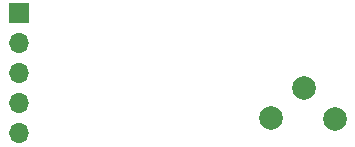
<source format=gbs>
%TF.GenerationSoftware,KiCad,Pcbnew,7.0.2*%
%TF.CreationDate,2023-07-05T23:29:04-07:00*%
%TF.ProjectId,555-timer-pwm-with-digipot,3535352d-7469-46d6-9572-2d70776d2d77,rev?*%
%TF.SameCoordinates,Original*%
%TF.FileFunction,Soldermask,Bot*%
%TF.FilePolarity,Negative*%
%FSLAX46Y46*%
G04 Gerber Fmt 4.6, Leading zero omitted, Abs format (unit mm)*
G04 Created by KiCad (PCBNEW 7.0.2) date 2023-07-05 23:29:04*
%MOMM*%
%LPD*%
G01*
G04 APERTURE LIST*
%ADD10R,1.700000X1.700000*%
%ADD11O,1.700000X1.700000*%
%ADD12C,2.000000*%
G04 APERTURE END LIST*
D10*
%TO.C,J1*%
X136012000Y-87957000D03*
D11*
X136012000Y-90497000D03*
X136012000Y-93037000D03*
X136012000Y-95577000D03*
X136012000Y-98117000D03*
%TD*%
D12*
%TO.C,RL*%
X157352000Y-96791000D03*
%TD*%
%TO.C,RW*%
X160146000Y-94237000D03*
%TD*%
%TO.C,RH*%
X162813000Y-96932000D03*
%TD*%
M02*

</source>
